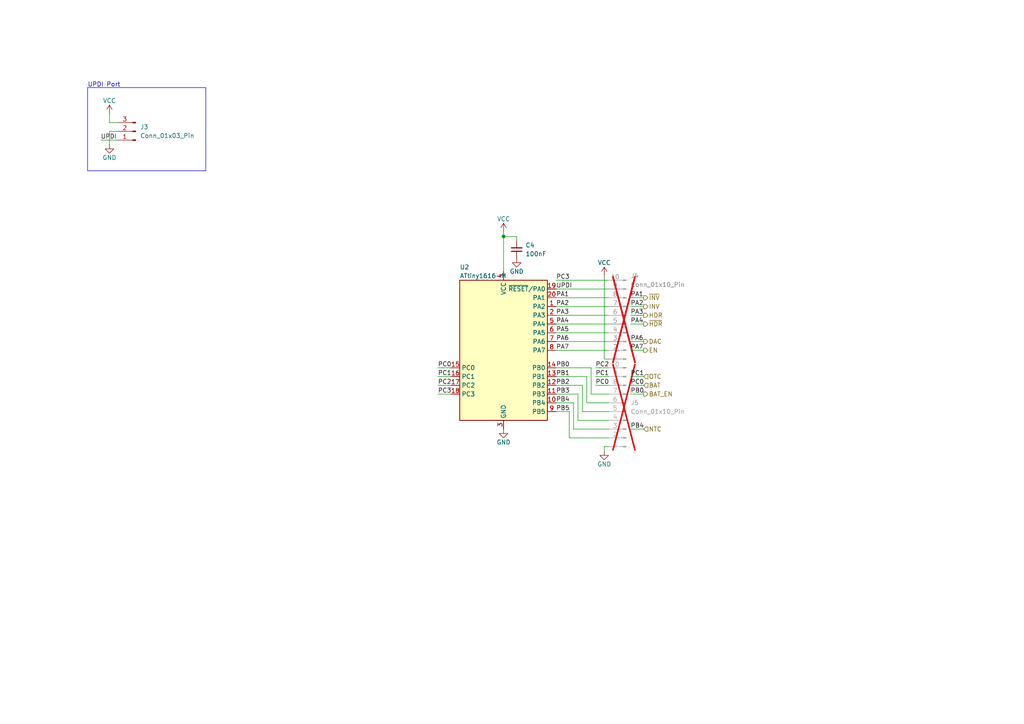
<source format=kicad_sch>
(kicad_sch (version 20231120) (generator "eeschema") (generator_version "8.0")
  (paper "A4")
  (title_block (title "Boost Driver Dev. Board") (date "2024-03-13") (rev "B") (company "Engineer Bo (https://www.youtube.com/@engineerbo)"))
  (lib_symbols
    (symbol "Connector:Conn_01x03_Pin" (pin_names (offset 1.016) hide)
      (property "Reference" "J" (at 0 5.08 0))
      (property "Value" "Conn_01x03_Pin" (at 0 -5.08 0))
      (symbol "Conn_01x03_Pin_1_1"
        (polyline (pts (xy 1.27 -2.54) (xy 0.8636 -2.54)) (stroke (width 0.1524)))
        (polyline (pts (xy 1.27 0) (xy 0.8636 0)) (stroke (width 0.1524)))
        (polyline (pts (xy 1.27 2.54) (xy 0.8636 2.54)) (stroke (width 0.1524)))
        (rectangle (start 0.8636 -2.413) (end 0 -2.667) (stroke (width 0.1524)) (fill (type outline)))
        (rectangle (start 0.8636 0.127) (end 0 -0.127) (stroke (width 0.1524)) (fill (type outline)))
        (rectangle (start 0.8636 2.667) (end 0 2.413) (stroke (width 0.1524)) (fill (type outline)))
        (pin passive line (at 5.08 2.54 180) (length 3.81) (name "Pin_1") (number "1"))
        (pin passive line (at 5.08 0 180) (length 3.81) (name "Pin_2") (number "2"))
        (pin passive line (at 5.08 -2.54 180) (length 3.81) (name "Pin_3") (number "3"))
      )
    )
    (symbol "Connector:Conn_01x10_Pin" (pin_names (offset 1.016) hide)
      (property "Reference" "J" (at 0 12.7 0))
      (property "Value" "Conn_01x10_Pin" (at 0 -15.24 0))
      (symbol "Conn_01x10_Pin_1_1"
        (polyline (pts (xy 1.27 -12.7) (xy 0.8636 -12.7)) (stroke (width 0.1524)))
        (polyline (pts (xy 1.27 -10.16) (xy 0.8636 -10.16)) (stroke (width 0.1524)))
        (polyline (pts (xy 1.27 -7.62) (xy 0.8636 -7.62)) (stroke (width 0.1524)))
        (polyline (pts (xy 1.27 -5.08) (xy 0.8636 -5.08)) (stroke (width 0.1524)))
        (polyline (pts (xy 1.27 -2.54) (xy 0.8636 -2.54)) (stroke (width 0.1524)))
        (polyline (pts (xy 1.27 0) (xy 0.8636 0)) (stroke (width 0.1524)))
        (polyline (pts (xy 1.27 2.54) (xy 0.8636 2.54)) (stroke (width 0.1524)))
        (polyline (pts (xy 1.27 5.08) (xy 0.8636 5.08)) (stroke (width 0.1524)))
        (polyline (pts (xy 1.27 7.62) (xy 0.8636 7.62)) (stroke (width 0.1524)))
        (polyline (pts (xy 1.27 10.16) (xy 0.8636 10.16)) (stroke (width 0.1524)))
        (rectangle (start 0.8636 -12.573) (end 0 -12.827) (stroke (width 0.1524)) (fill (type outline)))
        (rectangle (start 0.8636 -10.033) (end 0 -10.287) (stroke (width 0.1524)) (fill (type outline)))
        (rectangle (start 0.8636 -7.493) (end 0 -7.747) (stroke (width 0.1524)) (fill (type outline)))
        (rectangle (start 0.8636 -4.953) (end 0 -5.207) (stroke (width 0.1524)) (fill (type outline)))
        (rectangle (start 0.8636 -2.413) (end 0 -2.667) (stroke (width 0.1524)) (fill (type outline)))
        (rectangle (start 0.8636 0.127) (end 0 -0.127) (stroke (width 0.1524)) (fill (type outline)))
        (rectangle (start 0.8636 2.667) (end 0 2.413) (stroke (width 0.1524)) (fill (type outline)))
        (rectangle (start 0.8636 5.207) (end 0 4.953) (stroke (width 0.1524)) (fill (type outline)))
        (rectangle (start 0.8636 7.747) (end 0 7.493) (stroke (width 0.1524)) (fill (type outline)))
        (rectangle (start 0.8636 10.287) (end 0 10.033) (stroke (width 0.1524)) (fill (type outline)))
        (pin passive line (at 5.08 10.16 180) (length 3.81) (name "Pin_1") (number "1"))
        (pin passive line (at 5.08 -12.7 180) (length 3.81) (name "Pin_10") (number "10"))
        (pin passive line (at 5.08 7.62 180) (length 3.81) (name "Pin_2") (number "2"))
        (pin passive line (at 5.08 5.08 180) (length 3.81) (name "Pin_3") (number "3"))
        (pin passive line (at 5.08 2.54 180) (length 3.81) (name "Pin_4") (number "4"))
        (pin passive line (at 5.08 0 180) (length 3.81) (name "Pin_5") (number "5"))
        (pin passive line (at 5.08 -2.54 180) (length 3.81) (name "Pin_6") (number "6"))
        (pin passive line (at 5.08 -5.08 180) (length 3.81) (name "Pin_7") (number "7"))
        (pin passive line (at 5.08 -7.62 180) (length 3.81) (name "Pin_8") (number "8"))
        (pin passive line (at 5.08 -10.16 180) (length 3.81) (name "Pin_9") (number "9"))
      )
    )
    (symbol "Device:C_Small" (pin_numbers hide) (pin_names (offset 0.254) hide)
      (property "Reference" "C" (at 0.254 1.778 0))
      (property "Value" "C_Small" (at 0.254 -2.032 0))
      (symbol "C_Small_0_1"
        (polyline (pts (xy -1.524 -0.508) (xy 1.524 -0.508)) (stroke (width 0.3302)))
        (polyline (pts (xy -1.524 0.508) (xy 1.524 0.508)) (stroke (width 0.3048)))
      )
      (symbol "C_Small_1_1"
        (pin passive line (at 0 2.54 270) (length 2.032) (name "~") (number "1"))
        (pin passive line (at 0 -2.54 90) (length 2.032) (name "~") (number "2"))
      )
    )
    (symbol "MCU_Microchip_ATtiny:ATtiny1616-M"
      (property "Reference" "U" (at -12.7 21.59 0))
      (property "Value" "ATtiny1616-M" (at 2.54 -21.59 0))
      (symbol "ATtiny1616-M_0_1"
        (rectangle (start -12.7 -20.32) (end 12.7 20.32) (stroke (width 0.254)) (fill (type background)))
      )
      (symbol "ATtiny1616-M_1_1"
        (pin bidirectional line (at 15.24 12.7 180) (length 2.54) (name "PA2") (number "1"))
        (pin bidirectional line (at 15.24 -15.24 180) (length 2.54) (name "PB4") (number "10"))
        (pin bidirectional line (at 15.24 -12.7 180) (length 2.54) (name "PB3") (number "11"))
        (pin bidirectional line (at 15.24 -10.16 180) (length 2.54) (name "PB2") (number "12"))
        (pin bidirectional line (at 15.24 -7.62 180) (length 2.54) (name "PB1") (number "13"))
        (pin bidirectional line (at 15.24 -5.08 180) (length 2.54) (name "PB0") (number "14"))
        (pin bidirectional line (at -15.24 -5.08 0) (length 2.54) (name "PC0") (number "15"))
        (pin bidirectional line (at -15.24 -7.62 0) (length 2.54) (name "PC1") (number "16"))
        (pin bidirectional line (at -15.24 -10.16 0) (length 2.54) (name "PC2") (number "17"))
        (pin bidirectional line (at -15.24 -12.7 0) (length 2.54) (name "PC3") (number "18"))
        (pin bidirectional line (at 15.24 17.78 180) (length 2.54) (name "~{RESET}/PA0") (number "19"))
        (pin bidirectional line (at 15.24 10.16 180) (length 2.54) (name "PA3") (number "2"))
        (pin bidirectional line (at 15.24 15.24 180) (length 2.54) (name "PA1") (number "20"))
        (pin passive line (at 0 -22.86 90) (length 2.54) hide (name "GND") (number "21"))
        (pin power_in line (at 0 -22.86 90) (length 2.54) (name "GND") (number "3"))
        (pin power_in line (at 0 22.86 270) (length 2.54) (name "VCC") (number "4"))
        (pin bidirectional line (at 15.24 7.62 180) (length 2.54) (name "PA4") (number "5"))
        (pin bidirectional line (at 15.24 5.08 180) (length 2.54) (name "PA5") (number "6"))
        (pin bidirectional line (at 15.24 2.54 180) (length 2.54) (name "PA6") (number "7"))
        (pin bidirectional line (at 15.24 0 180) (length 2.54) (name "PA7") (number "8"))
        (pin bidirectional line (at 15.24 -17.78 180) (length 2.54) (name "PB5") (number "9"))
      )
    )
    (symbol "power:GND" (power) (pin_names (offset 0))
      (property "Value" "GND" (at 0 -3.81 0))
      (symbol "GND_0_1"
        (polyline (pts (xy 0 0) (xy 0 -1.27) (xy 1.27 -1.27) (xy 0 -2.54) (xy -1.27 -1.27) (xy 0 -1.27)))
      )
      (symbol "GND_1_1"
        (pin power_in line (at 0 0 270) (length 0) hide (name "GND") (number "1"))
      )
    )
    (symbol "power:VCC" (power) (pin_names (offset 0))
      (property "Value" "VCC" (at 0 3.81 0))
      (symbol "VCC_0_1"
        (polyline (pts (xy -0.762 1.27) (xy 0 2.54)))
        (polyline (pts (xy 0 0) (xy 0 2.54)))
        (polyline (pts (xy 0 2.54) (xy 0.762 1.27)))
      )
      (symbol "VCC_1_1"
        (pin power_in line (at 0 0 90) (length 0) hide (name "VCC") (number "1"))
      )
    )
  )
  (junction (at 146.05 68.58))
  (wire (pts (xy 176.53 104.14) (xy 175.26 104.14)))
  (wire (pts (xy 182.88 88.9) (xy 186.69 88.9)))
  (wire (pts (xy 171.45 106.68) (xy 171.45 114.3)))
  (wire (pts (xy 161.29 114.3) (xy 167.64 114.3)))
  (wire (pts (xy 172.72 109.22) (xy 176.53 109.22)))
  (wire (pts (xy 175.26 104.14) (xy 175.26 80.01)))
  (wire (pts (xy 182.88 101.6) (xy 186.69 101.6)))
  (wire (pts (xy 161.29 111.76) (xy 168.91 111.76)))
  (wire (pts (xy 127 111.76) (xy 130.81 111.76)))
  (wire (pts (xy 182.88 109.22) (xy 186.69 109.22)))
  (wire (pts (xy 31.75 33.02) (xy 31.75 35.56)))
  (wire (pts (xy 182.88 86.36) (xy 186.69 86.36)))
  (wire (pts (xy 29.21 40.64) (xy 34.29 40.64)))
  (wire (pts (xy 161.29 109.22) (xy 170.18 109.22)))
  (wire (pts (xy 182.88 91.44) (xy 186.69 91.44)))
  (wire (pts (xy 161.29 101.6) (xy 176.53 101.6)))
  (wire (pts (xy 170.18 109.22) (xy 170.18 116.84)))
  (wire (pts (xy 31.75 35.56) (xy 34.29 35.56)))
  (wire (pts (xy 31.75 38.1) (xy 31.75 41.91)))
  (wire (pts (xy 168.91 111.76) (xy 168.91 119.38)))
  (wire (pts (xy 176.53 93.98) (xy 161.29 93.98)))
  (wire (pts (xy 170.18 116.84) (xy 176.53 116.84)))
  (wire (pts (xy 149.86 69.85) (xy 149.86 68.58)))
  (wire (pts (xy 165.1 119.38) (xy 165.1 127)))
  (wire (pts (xy 146.05 68.58) (xy 146.05 78.74)))
  (wire (pts (xy 176.53 83.82) (xy 161.29 83.82)))
  (wire (pts (xy 167.64 121.92) (xy 176.53 121.92)))
  (wire (pts (xy 182.88 111.76) (xy 186.69 111.76)))
  (wire (pts (xy 182.88 114.3) (xy 186.69 114.3)))
  (wire (pts (xy 34.29 38.1) (xy 31.75 38.1)))
  (wire (pts (xy 165.1 127) (xy 176.53 127)))
  (wire (pts (xy 182.88 93.98) (xy 186.69 93.98)))
  (wire (pts (xy 161.29 116.84) (xy 166.37 116.84)))
  (wire (pts (xy 166.37 116.84) (xy 166.37 124.46)))
  (wire (pts (xy 176.53 86.36) (xy 161.29 86.36)))
  (wire (pts (xy 167.64 114.3) (xy 167.64 121.92)))
  (wire (pts (xy 172.72 111.76) (xy 176.53 111.76)))
  (wire (pts (xy 182.88 99.06) (xy 186.69 99.06)))
  (wire (pts (xy 161.29 81.28) (xy 176.53 81.28)))
  (wire (pts (xy 127 106.68) (xy 130.81 106.68)))
  (wire (pts (xy 171.45 114.3) (xy 176.53 114.3)))
  (wire (pts (xy 149.86 68.58) (xy 146.05 68.58)))
  (wire (pts (xy 182.88 124.46) (xy 186.69 124.46)))
  (wire (pts (xy 146.05 67.31) (xy 146.05 68.58)))
  (wire (pts (xy 172.72 106.68) (xy 176.53 106.68)))
  (wire (pts (xy 165.1 119.38) (xy 161.29 119.38)))
  (wire (pts (xy 176.53 88.9) (xy 161.29 88.9)))
  (wire (pts (xy 175.26 129.54) (xy 176.53 129.54)))
  (wire (pts (xy 175.26 129.54) (xy 175.26 130.81)))
  (wire (pts (xy 127 109.22) (xy 130.81 109.22)))
  (wire (pts (xy 176.53 96.52) (xy 161.29 96.52)))
  (wire (pts (xy 161.29 106.68) (xy 171.45 106.68)))
  (wire (pts (xy 166.37 124.46) (xy 176.53 124.46)))
  (wire (pts (xy 176.53 91.44) (xy 161.29 91.44)))
  (wire (pts (xy 161.29 99.06) (xy 176.53 99.06)))
  (wire (pts (xy 127 114.3) (xy 130.81 114.3)))
  (wire (pts (xy 168.91 119.38) (xy 176.53 119.38)))
  (rectangle (start 25.4 25.4) (end 59.69 49.53))
  (text "UPDI Port" (at 25.4 25.4 0) (effects (font (size 1.27 1.27)) (justify left bottom)))
  (label "PB2" (at 161.29 111.76 0))
  (label "PB4" (at 182.88 124.46 0))
  (label "PC2" (at 127 111.76 0))
  (label "PB0" (at 161.29 106.68 0))
  (label "PC3" (at 127 114.3 0))
  (label "UPDI" (at 29.21 40.64 0))
  (label "PA2" (at 161.29 88.9 0))
  (label "PA6" (at 161.29 99.06 0))
  (label "PA6" (at 182.88 99.06 0))
  (label "PA7" (at 182.88 101.6 0))
  (label "PB0" (at 182.88 114.3 0))
  (label "PC0" (at 127 106.68 0))
  (label "PC1" (at 172.72 109.22 0))
  (label "PA5" (at 161.29 96.52 0))
  (label "PA1" (at 182.88 86.36 0))
  (label "PA1" (at 161.29 86.36 0))
  (label "UPDI" (at 161.29 83.82 0))
  (label "PC2" (at 172.72 106.68 0))
  (label "PB1" (at 161.29 109.22 0))
  (label "PB3" (at 161.29 114.3 0))
  (label "PB4" (at 161.29 116.84 0))
  (label "PA2" (at 182.88 88.9 0))
  (label "PC1" (at 127 109.22 0))
  (label "PA4" (at 161.29 93.98 0))
  (label "PA7" (at 161.29 101.6 0))
  (label "PA3" (at 182.88 91.44 0))
  (label "PC3" (at 161.29 81.28 0))
  (label "PC1" (at 182.88 109.22 0))
  (label "PB5" (at 161.29 119.38 0))
  (label "PC0" (at 182.88 111.76 0))
  (label "PA3" (at 161.29 91.44 0))
  (label "PA4" (at 182.88 93.98 0))
  (label "PC0" (at 172.72 111.76 0))
  (hierarchical_label "DAC" (shape output) (at 186.69 99.06 0))
  (hierarchical_label "EN" (shape output) (at 186.69 101.6 0))
  (hierarchical_label "BAT_EN" (shape output) (at 186.69 114.3 0))
  (hierarchical_label "INV" (shape output) (at 186.69 88.9 0))
  (hierarchical_label "OTC" (shape input) (at 186.69 109.22 0))
  (hierarchical_label "~{HDR}" (shape output) (at 186.69 93.98 0))
  (hierarchical_label "HDR" (shape output) (at 186.69 91.44 0))
  (hierarchical_label "BAT" (shape input) (at 186.69 111.76 0))
  (hierarchical_label "~{INV}" (shape output) (at 186.69 86.36 0))
  (hierarchical_label "NTC" (shape input) (at 186.69 124.46 0))
  (symbol (lib_id "Connector:Conn_01x03_Pin") (at 39.37 38.1 180) (unit 1)
    (property "Reference" "J3" (at 40.64 36.83 0) (effects (justify right)))
    (property "Value" "Conn_01x03_Pin" (at 40.64 39.37 0) (effects (justify right)))
    (property "Footprint" "Connector_PinHeader_2.54mm:PinHeader_1x03_P2.54mm_Vertical" (effects (hide yes)))
  )
  (symbol (lib_id "Device:C_Small") (at 149.86 72.39 180) (unit 1)
    (property "Reference" "C4" (at 152.4 71.1136 0) (effects (justify right)))
    (property "Value" "100nF" (at 152.4 73.6536 0) (effects (justify right)))
    (property "Footprint" "Capacitor_SMD:C_0402_1005Metric" (effects (hide yes)))
  )
  (symbol (lib_id "power:GND") (at 146.05 124.46 0) (unit 1)
    (property "Reference" "#PWR019" (effects (hide yes)))
    (property "Value" "GND" (at 146.05 128.27 0))
  )
  (symbol (lib_id "MCU_Microchip_ATtiny:ATtiny1616-M") (at 146.05 101.6 0) (unit 1)
    (property "Reference" "U2" (at 133.35 77.47 0) (effects (justify left)))
    (property "Value" "ATtiny1616-M" (at 133.35 80.01 0) (effects (justify left)))
    (property "Footprint" "Package_DFN_QFN:VQFN-20-1EP_3x3mm_P0.4mm_EP1.7x1.7mm" (effects (hide yes)))
    (property "Datasheet" "http://ww1.microchip.com/downloads/en/DeviceDoc/ATtiny3216_ATtiny1616-data-sheet-40001997B.pdf" (effects (hide yes)))
    (property "Manufacturer" "Microchip" (effects (hide yes)))
    (property "PartNumber" "ATTINY1616-MNR" (effects (hide yes)))
  )
  (symbol (lib_id "power:GND") (at 31.75 41.91 0) (unit 1)
    (property "Reference" "#PWR017" (effects (hide yes)))
    (property "Value" "GND" (at 31.75 45.72 0))
  )
  (symbol (lib_id "power:VCC") (at 31.75 33.02 0) (unit 1)
    (property "Reference" "#PWR016" (effects (hide yes)))
    (property "Value" "VCC" (at 31.75 29.21 0))
  )
  (symbol (lib_id "power:VCC") (at 175.26 80.01 0) (unit 1)
    (property "Reference" "#PWR021" (effects (hide yes)))
    (property "Value" "VCC" (at 175.26 76.2 0))
  )
  (symbol (lib_id "power:VCC") (at 146.05 67.31 0) (unit 1)
    (property "Reference" "#PWR018" (effects (hide yes)))
    (property "Value" "VCC" (at 146.05 63.5 0))
  )
  (symbol (lib_id "Connector:Conn_01x10_Pin") (at 181.61 93.98 180) (unit 1) (dnp yes)
    (property "Reference" "J4" (at 182.88 80.01 0) (effects (justify right)))
    (property "Value" "Conn_01x10_Pin" (at 182.88 82.55 0) (effects (justify right)))
    (property "Footprint" "Connector_PinHeader_2.54mm:PinHeader_1x10_P2.54mm_Vertical" (effects (hide yes)))
  )
  (symbol (lib_id "power:GND") (at 149.86 74.93 0) (unit 1)
    (property "Reference" "#PWR020" (effects (hide yes)))
    (property "Value" "GND" (at 149.86 78.74 0))
  )
  (symbol (lib_id "power:GND") (at 175.26 130.81 0) (unit 1)
    (property "Reference" "#PWR022" (effects (hide yes)))
    (property "Value" "GND" (at 175.26 134.62 0))
  )
  (symbol (lib_id "Connector:Conn_01x10_Pin") (at 181.61 119.38 180) (unit 1) (dnp yes)
    (property "Reference" "J5" (at 182.88 116.84 0) (effects (justify right)))
    (property "Value" "Conn_01x10_Pin" (at 182.88 119.38 0) (effects (justify right)))
    (property "Footprint" "Connector_PinHeader_2.54mm:PinHeader_1x10_P2.54mm_Vertical" (effects (hide yes)))
  )
)
</source>
